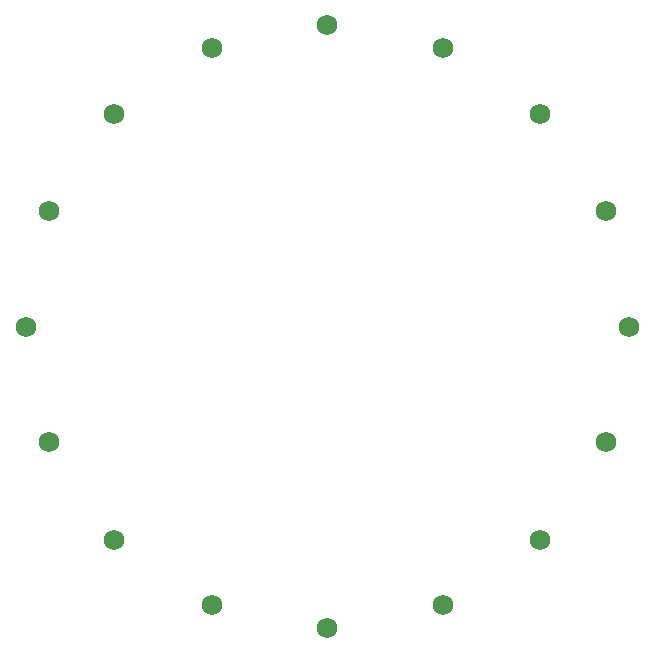
<source format=gbs>
%FSLAX24Y24*%
%MOIN*%
G70*
G01*
G75*
G04 Layer_Color=16711935*
%ADD10R,0.0315X0.0315*%
%ADD11P,0.0445X4X337.5*%
%ADD12P,0.0445X4X360.0*%
%ADD13P,0.0445X4X382.5*%
%ADD14R,0.0315X0.0315*%
%ADD15P,0.0445X4X67.5*%
%ADD16P,0.0445X4X90.0*%
%ADD17P,0.0445X4X112.5*%
%ADD18C,0.0004*%
%ADD19C,0.0600*%
%ADD20C,0.0680*%
D20*
X-9285Y3846D02*
D03*
X-7106Y7106D02*
D03*
X-3846Y9285D02*
D03*
X0Y10050D02*
D03*
X3846Y9285D02*
D03*
X7106Y7106D02*
D03*
X9285Y3846D02*
D03*
X10050Y-0D02*
D03*
X9285Y-3846D02*
D03*
X7106Y-7106D02*
D03*
X3846Y-9285D02*
D03*
X-0Y-10050D02*
D03*
X-3846Y-9285D02*
D03*
X-7106Y-7106D02*
D03*
X-9285Y-3846D02*
D03*
X-10050Y0D02*
D03*
M02*

</source>
